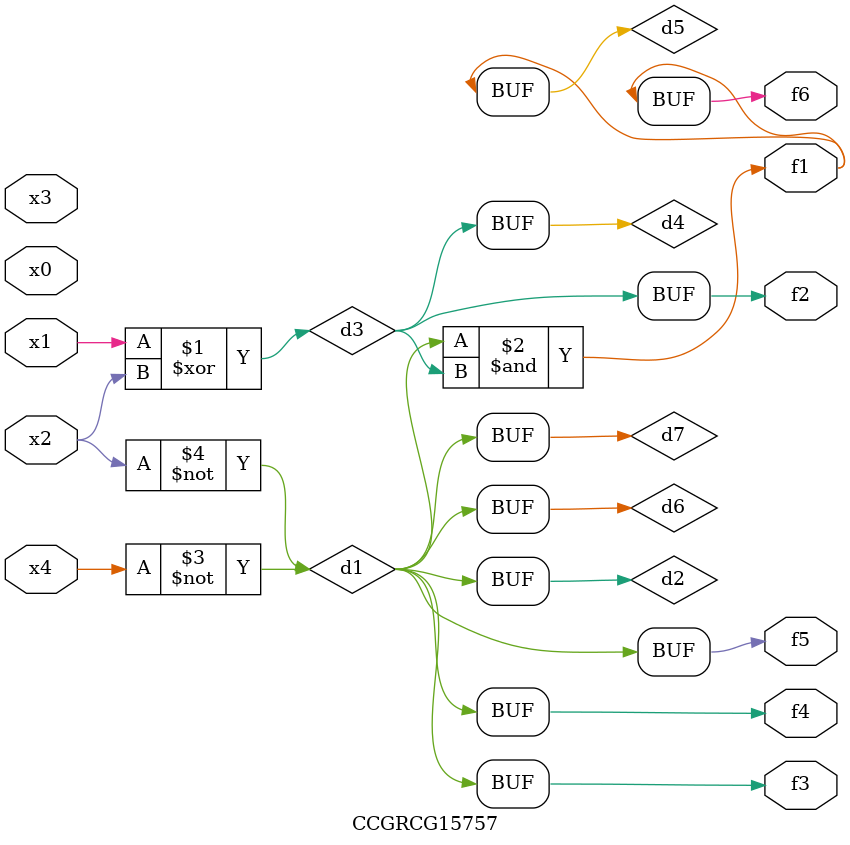
<source format=v>
module CCGRCG15757(
	input x0, x1, x2, x3, x4,
	output f1, f2, f3, f4, f5, f6
);

	wire d1, d2, d3, d4, d5, d6, d7;

	not (d1, x4);
	not (d2, x2);
	xor (d3, x1, x2);
	buf (d4, d3);
	and (d5, d1, d3);
	buf (d6, d1, d2);
	buf (d7, d2);
	assign f1 = d5;
	assign f2 = d4;
	assign f3 = d7;
	assign f4 = d7;
	assign f5 = d7;
	assign f6 = d5;
endmodule

</source>
